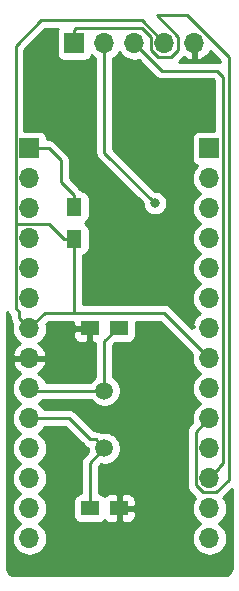
<source format=gbr>
G04 #@! TF.GenerationSoftware,KiCad,Pcbnew,(5.1.0)-1*
G04 #@! TF.CreationDate,2019-09-25T15:25:55+02:00*
G04 #@! TF.ProjectId,atmega328P-flasher,61746d65-6761-4333-9238-502d666c6173,rev?*
G04 #@! TF.SameCoordinates,Original*
G04 #@! TF.FileFunction,Copper,L1,Top*
G04 #@! TF.FilePolarity,Positive*
%FSLAX46Y46*%
G04 Gerber Fmt 4.6, Leading zero omitted, Abs format (unit mm)*
G04 Created by KiCad (PCBNEW (5.1.0)-1) date 2019-09-25 15:25:55*
%MOMM*%
%LPD*%
G04 APERTURE LIST*
%ADD10R,1.500000X1.250000*%
%ADD11O,1.700000X1.700000*%
%ADD12R,1.700000X1.700000*%
%ADD13R,1.300000X1.500000*%
%ADD14C,1.500000*%
%ADD15C,0.800000*%
%ADD16C,0.250000*%
%ADD17C,0.254000*%
G04 APERTURE END LIST*
D10*
X124440000Y-109220000D03*
X121940000Y-109220000D03*
X124440000Y-93980000D03*
X121940000Y-93980000D03*
D11*
X116840000Y-111760000D03*
X116840000Y-109220000D03*
X116840000Y-106680000D03*
X116840000Y-104140000D03*
X116840000Y-101600000D03*
X116840000Y-99060000D03*
X116840000Y-96520000D03*
X116840000Y-93980000D03*
X116840000Y-91440000D03*
X116840000Y-88900000D03*
X116840000Y-86360000D03*
X116840000Y-83820000D03*
X116840000Y-81280000D03*
D12*
X116840000Y-78740000D03*
D11*
X130810000Y-69850000D03*
X128270000Y-69850000D03*
X125730000Y-69850000D03*
X123190000Y-69850000D03*
D12*
X120650000Y-69850000D03*
D13*
X120650000Y-83740000D03*
X120650000Y-86440000D03*
D14*
X123190000Y-99260000D03*
X123190000Y-104140000D03*
D11*
X132080000Y-111760000D03*
X132080000Y-109220000D03*
X132080000Y-106680000D03*
X132080000Y-104140000D03*
X132080000Y-101600000D03*
X132080000Y-99060000D03*
X132080000Y-96520000D03*
X132080000Y-93980000D03*
X132080000Y-91440000D03*
X132080000Y-88900000D03*
X132080000Y-86360000D03*
X132080000Y-83820000D03*
X132080000Y-81280000D03*
D12*
X132080000Y-78740000D03*
D15*
X126314200Y-78206600D03*
X127457200Y-83388200D03*
D16*
X120275000Y-96520000D02*
X116840000Y-96520000D01*
X121940000Y-93980000D02*
X121940000Y-94855000D01*
X121940000Y-94855000D02*
X120275000Y-96520000D01*
X122440001Y-103390001D02*
X121995501Y-103390001D01*
X123190000Y-104140000D02*
X122440001Y-103390001D01*
X120205500Y-101600000D02*
X116840000Y-101600000D01*
X121995501Y-103390001D02*
X120205500Y-101600000D01*
X121940000Y-105390000D02*
X123190000Y-104140000D01*
X121940000Y-109220000D02*
X121940000Y-105390000D01*
X117040000Y-99260000D02*
X116840000Y-99060000D01*
X123190000Y-99260000D02*
X117040000Y-99260000D01*
X124315000Y-93980000D02*
X124440000Y-93980000D01*
X123190000Y-95105000D02*
X124315000Y-93980000D01*
X123190000Y-99260000D02*
X123190000Y-95105000D01*
X115990001Y-93130001D02*
X115990001Y-92609301D01*
X116840000Y-93980000D02*
X115990001Y-93130001D01*
X115990001Y-92609301D02*
X115664999Y-92284299D01*
X115664999Y-70097901D02*
X117843300Y-67919600D01*
X126339600Y-67919600D02*
X128270000Y-69850000D01*
X117843300Y-67919600D02*
X126339600Y-67919600D01*
X119750000Y-86440000D02*
X120650000Y-86440000D01*
X118494999Y-85184999D02*
X119750000Y-86440000D01*
X115817399Y-85184999D02*
X118494999Y-85184999D01*
X115664999Y-85032599D02*
X115817399Y-85184999D01*
X115664999Y-85032599D02*
X115664999Y-70097901D01*
X115664999Y-92284299D02*
X115664999Y-85032599D01*
X132080000Y-96520000D02*
X128231900Y-92671900D01*
X118148100Y-92671900D02*
X116840000Y-93980000D01*
X120650000Y-92544900D02*
X120650000Y-86440000D01*
X120523000Y-92671900D02*
X120650000Y-92544900D01*
X120523000Y-92671900D02*
X118148100Y-92671900D01*
X128231900Y-92671900D02*
X120523000Y-92671900D01*
X120650000Y-82740000D02*
X119494300Y-81584300D01*
X120650000Y-83740000D02*
X120650000Y-82740000D01*
X119494300Y-81584300D02*
X119494300Y-79768700D01*
X118465600Y-78740000D02*
X116840000Y-78740000D01*
X119494300Y-79768700D02*
X118465600Y-78740000D01*
X132929999Y-105830001D02*
X132929999Y-105690301D01*
X132080000Y-106680000D02*
X132929999Y-105830001D01*
X133255001Y-105365299D02*
X133255001Y-72688701D01*
X132929999Y-105690301D02*
X133255001Y-105365299D01*
X133255001Y-72688701D02*
X132727700Y-72161400D01*
X128041400Y-72161400D02*
X125730000Y-69850000D01*
X132727700Y-72161400D02*
X128041400Y-72161400D01*
X123190000Y-69850000D02*
X123190000Y-79108300D01*
X123190000Y-79108300D02*
X127457200Y-83375500D01*
X127457200Y-83375500D02*
X127457200Y-83388200D01*
X127094999Y-69311409D02*
X126376290Y-68592700D01*
X127094999Y-70414001D02*
X127094999Y-69311409D01*
X127705999Y-71025001D02*
X127094999Y-70414001D01*
X129445001Y-70414001D02*
X128834001Y-71025001D01*
X129445001Y-69285999D02*
X129445001Y-70414001D01*
X133705019Y-71006017D02*
X130168592Y-67469590D01*
X130904999Y-102775001D02*
X130904999Y-107244001D01*
X128834001Y-71025001D02*
X127705999Y-71025001D01*
X132080000Y-101600000D02*
X130904999Y-102775001D01*
X130168592Y-67469590D02*
X127628592Y-67469590D01*
X130904999Y-107244001D02*
X131515999Y-107855001D01*
X127628592Y-67469590D02*
X129445001Y-69285999D01*
X131515999Y-107855001D02*
X132644001Y-107855001D01*
X132644001Y-107855001D02*
X133705019Y-106793982D01*
X133705019Y-106793982D02*
X133705019Y-71006017D01*
X120650000Y-68750000D02*
X120650000Y-69850000D01*
X120807300Y-68592700D02*
X120650000Y-68750000D01*
X126376290Y-68592700D02*
X120807300Y-68592700D01*
D17*
G36*
X115030025Y-92708575D02*
G01*
X115046942Y-92729188D01*
X115124998Y-92824300D01*
X115154002Y-92848103D01*
X115230001Y-92924102D01*
X115230001Y-93092679D01*
X115226325Y-93130001D01*
X115230001Y-93167323D01*
X115230001Y-93167333D01*
X115240998Y-93278986D01*
X115270865Y-93377446D01*
X115284455Y-93422247D01*
X115355027Y-93554277D01*
X115394872Y-93602827D01*
X115400510Y-93609697D01*
X115376487Y-93688889D01*
X115347815Y-93980000D01*
X115376487Y-94271111D01*
X115461401Y-94551034D01*
X115599294Y-94809014D01*
X115784866Y-95035134D01*
X116010986Y-95220706D01*
X116075523Y-95255201D01*
X115958645Y-95324822D01*
X115742412Y-95519731D01*
X115568359Y-95753080D01*
X115443175Y-96015901D01*
X115398524Y-96163110D01*
X115519845Y-96393000D01*
X116713000Y-96393000D01*
X116713000Y-96373000D01*
X116967000Y-96373000D01*
X116967000Y-96393000D01*
X118160155Y-96393000D01*
X118281476Y-96163110D01*
X118236825Y-96015901D01*
X118111641Y-95753080D01*
X117937588Y-95519731D01*
X117721355Y-95324822D01*
X117604477Y-95255201D01*
X117669014Y-95220706D01*
X117895134Y-95035134D01*
X118080706Y-94809014D01*
X118189753Y-94605000D01*
X120551928Y-94605000D01*
X120564188Y-94729482D01*
X120600498Y-94849180D01*
X120659463Y-94959494D01*
X120738815Y-95056185D01*
X120835506Y-95135537D01*
X120945820Y-95194502D01*
X121065518Y-95230812D01*
X121190000Y-95243072D01*
X121654250Y-95240000D01*
X121813000Y-95081250D01*
X121813000Y-94107000D01*
X120713750Y-94107000D01*
X120555000Y-94265750D01*
X120551928Y-94605000D01*
X118189753Y-94605000D01*
X118218599Y-94551034D01*
X118303513Y-94271111D01*
X118332185Y-93980000D01*
X118303513Y-93688889D01*
X118280797Y-93614005D01*
X118462902Y-93431900D01*
X120485678Y-93431900D01*
X120523000Y-93435576D01*
X120552631Y-93432658D01*
X120555000Y-93694250D01*
X120713750Y-93853000D01*
X121813000Y-93853000D01*
X121813000Y-93833000D01*
X122067000Y-93833000D01*
X122067000Y-93853000D01*
X122087000Y-93853000D01*
X122087000Y-94107000D01*
X122067000Y-94107000D01*
X122067000Y-95081250D01*
X122225750Y-95240000D01*
X122430001Y-95241352D01*
X122430000Y-98102091D01*
X122307114Y-98184201D01*
X122114201Y-98377114D01*
X122032091Y-98500000D01*
X118221946Y-98500000D01*
X118218599Y-98488966D01*
X118080706Y-98230986D01*
X117895134Y-98004866D01*
X117669014Y-97819294D01*
X117604477Y-97784799D01*
X117721355Y-97715178D01*
X117937588Y-97520269D01*
X118111641Y-97286920D01*
X118236825Y-97024099D01*
X118281476Y-96876890D01*
X118160155Y-96647000D01*
X116967000Y-96647000D01*
X116967000Y-96667000D01*
X116713000Y-96667000D01*
X116713000Y-96647000D01*
X115519845Y-96647000D01*
X115398524Y-96876890D01*
X115443175Y-97024099D01*
X115568359Y-97286920D01*
X115742412Y-97520269D01*
X115958645Y-97715178D01*
X116075523Y-97784799D01*
X116010986Y-97819294D01*
X115784866Y-98004866D01*
X115599294Y-98230986D01*
X115461401Y-98488966D01*
X115376487Y-98768889D01*
X115347815Y-99060000D01*
X115376487Y-99351111D01*
X115461401Y-99631034D01*
X115599294Y-99889014D01*
X115784866Y-100115134D01*
X116010986Y-100300706D01*
X116065791Y-100330000D01*
X116010986Y-100359294D01*
X115784866Y-100544866D01*
X115599294Y-100770986D01*
X115461401Y-101028966D01*
X115376487Y-101308889D01*
X115347815Y-101600000D01*
X115376487Y-101891111D01*
X115461401Y-102171034D01*
X115599294Y-102429014D01*
X115784866Y-102655134D01*
X116010986Y-102840706D01*
X116065791Y-102870000D01*
X116010986Y-102899294D01*
X115784866Y-103084866D01*
X115599294Y-103310986D01*
X115461401Y-103568966D01*
X115376487Y-103848889D01*
X115347815Y-104140000D01*
X115376487Y-104431111D01*
X115461401Y-104711034D01*
X115599294Y-104969014D01*
X115784866Y-105195134D01*
X116010986Y-105380706D01*
X116065791Y-105410000D01*
X116010986Y-105439294D01*
X115784866Y-105624866D01*
X115599294Y-105850986D01*
X115461401Y-106108966D01*
X115376487Y-106388889D01*
X115347815Y-106680000D01*
X115376487Y-106971111D01*
X115461401Y-107251034D01*
X115599294Y-107509014D01*
X115784866Y-107735134D01*
X116010986Y-107920706D01*
X116065791Y-107950000D01*
X116010986Y-107979294D01*
X115784866Y-108164866D01*
X115599294Y-108390986D01*
X115461401Y-108648966D01*
X115376487Y-108928889D01*
X115347815Y-109220000D01*
X115376487Y-109511111D01*
X115461401Y-109791034D01*
X115599294Y-110049014D01*
X115784866Y-110275134D01*
X116010986Y-110460706D01*
X116065791Y-110490000D01*
X116010986Y-110519294D01*
X115784866Y-110704866D01*
X115599294Y-110930986D01*
X115461401Y-111188966D01*
X115376487Y-111468889D01*
X115347815Y-111760000D01*
X115376487Y-112051111D01*
X115461401Y-112331034D01*
X115599294Y-112589014D01*
X115784866Y-112815134D01*
X116010986Y-113000706D01*
X116268966Y-113138599D01*
X116548889Y-113223513D01*
X116767050Y-113245000D01*
X116912950Y-113245000D01*
X117131111Y-113223513D01*
X117411034Y-113138599D01*
X117669014Y-113000706D01*
X117895134Y-112815134D01*
X118080706Y-112589014D01*
X118218599Y-112331034D01*
X118303513Y-112051111D01*
X118332185Y-111760000D01*
X118303513Y-111468889D01*
X118218599Y-111188966D01*
X118080706Y-110930986D01*
X117895134Y-110704866D01*
X117669014Y-110519294D01*
X117614209Y-110490000D01*
X117669014Y-110460706D01*
X117895134Y-110275134D01*
X118080706Y-110049014D01*
X118218599Y-109791034D01*
X118303513Y-109511111D01*
X118332185Y-109220000D01*
X118303513Y-108928889D01*
X118218599Y-108648966D01*
X118080706Y-108390986D01*
X117895134Y-108164866D01*
X117669014Y-107979294D01*
X117614209Y-107950000D01*
X117669014Y-107920706D01*
X117895134Y-107735134D01*
X118080706Y-107509014D01*
X118218599Y-107251034D01*
X118303513Y-106971111D01*
X118332185Y-106680000D01*
X118303513Y-106388889D01*
X118218599Y-106108966D01*
X118080706Y-105850986D01*
X117895134Y-105624866D01*
X117669014Y-105439294D01*
X117614209Y-105410000D01*
X117669014Y-105380706D01*
X117895134Y-105195134D01*
X118080706Y-104969014D01*
X118218599Y-104711034D01*
X118303513Y-104431111D01*
X118332185Y-104140000D01*
X118303513Y-103848889D01*
X118218599Y-103568966D01*
X118080706Y-103310986D01*
X117895134Y-103084866D01*
X117669014Y-102899294D01*
X117614209Y-102870000D01*
X117669014Y-102840706D01*
X117895134Y-102655134D01*
X118080706Y-102429014D01*
X118117595Y-102360000D01*
X119890699Y-102360000D01*
X121431701Y-103901003D01*
X121455500Y-103930002D01*
X121571225Y-104024975D01*
X121703254Y-104095547D01*
X121805000Y-104126411D01*
X121805000Y-104276411D01*
X121833833Y-104421365D01*
X121428998Y-104826201D01*
X121400000Y-104849999D01*
X121376202Y-104878997D01*
X121376201Y-104878998D01*
X121305026Y-104965724D01*
X121234454Y-105097754D01*
X121190998Y-105241015D01*
X121176324Y-105390000D01*
X121180001Y-105427332D01*
X121180000Y-107957913D01*
X121065518Y-107969188D01*
X120945820Y-108005498D01*
X120835506Y-108064463D01*
X120738815Y-108143815D01*
X120659463Y-108240506D01*
X120600498Y-108350820D01*
X120564188Y-108470518D01*
X120551928Y-108595000D01*
X120551928Y-109845000D01*
X120564188Y-109969482D01*
X120600498Y-110089180D01*
X120659463Y-110199494D01*
X120738815Y-110296185D01*
X120835506Y-110375537D01*
X120945820Y-110434502D01*
X121065518Y-110470812D01*
X121190000Y-110483072D01*
X122690000Y-110483072D01*
X122814482Y-110470812D01*
X122934180Y-110434502D01*
X123044494Y-110375537D01*
X123141185Y-110296185D01*
X123190000Y-110236704D01*
X123238815Y-110296185D01*
X123335506Y-110375537D01*
X123445820Y-110434502D01*
X123565518Y-110470812D01*
X123690000Y-110483072D01*
X124154250Y-110480000D01*
X124313000Y-110321250D01*
X124313000Y-109347000D01*
X124567000Y-109347000D01*
X124567000Y-110321250D01*
X124725750Y-110480000D01*
X125190000Y-110483072D01*
X125314482Y-110470812D01*
X125434180Y-110434502D01*
X125544494Y-110375537D01*
X125641185Y-110296185D01*
X125720537Y-110199494D01*
X125779502Y-110089180D01*
X125815812Y-109969482D01*
X125828072Y-109845000D01*
X125825000Y-109505750D01*
X125666250Y-109347000D01*
X124567000Y-109347000D01*
X124313000Y-109347000D01*
X124293000Y-109347000D01*
X124293000Y-109093000D01*
X124313000Y-109093000D01*
X124313000Y-108118750D01*
X124567000Y-108118750D01*
X124567000Y-109093000D01*
X125666250Y-109093000D01*
X125825000Y-108934250D01*
X125828072Y-108595000D01*
X125815812Y-108470518D01*
X125779502Y-108350820D01*
X125720537Y-108240506D01*
X125641185Y-108143815D01*
X125544494Y-108064463D01*
X125434180Y-108005498D01*
X125314482Y-107969188D01*
X125190000Y-107956928D01*
X124725750Y-107960000D01*
X124567000Y-108118750D01*
X124313000Y-108118750D01*
X124154250Y-107960000D01*
X123690000Y-107956928D01*
X123565518Y-107969188D01*
X123445820Y-108005498D01*
X123335506Y-108064463D01*
X123238815Y-108143815D01*
X123190000Y-108203296D01*
X123141185Y-108143815D01*
X123044494Y-108064463D01*
X122934180Y-108005498D01*
X122814482Y-107969188D01*
X122700000Y-107957913D01*
X122700000Y-105704801D01*
X122908635Y-105496167D01*
X123053589Y-105525000D01*
X123326411Y-105525000D01*
X123593989Y-105471775D01*
X123846043Y-105367371D01*
X124072886Y-105215799D01*
X124265799Y-105022886D01*
X124417371Y-104796043D01*
X124521775Y-104543989D01*
X124575000Y-104276411D01*
X124575000Y-104003589D01*
X124521775Y-103736011D01*
X124417371Y-103483957D01*
X124265799Y-103257114D01*
X124072886Y-103064201D01*
X123846043Y-102912629D01*
X123593989Y-102808225D01*
X123326411Y-102755000D01*
X123053589Y-102755000D01*
X122901184Y-102785316D01*
X122864277Y-102755027D01*
X122732248Y-102684455D01*
X122588987Y-102640998D01*
X122477334Y-102630001D01*
X122477323Y-102630001D01*
X122440001Y-102626325D01*
X122402679Y-102630001D01*
X122310303Y-102630001D01*
X120769304Y-101089003D01*
X120745501Y-101059999D01*
X120629776Y-100965026D01*
X120497747Y-100894454D01*
X120354486Y-100850997D01*
X120242833Y-100840000D01*
X120242822Y-100840000D01*
X120205500Y-100836324D01*
X120168178Y-100840000D01*
X118117595Y-100840000D01*
X118080706Y-100770986D01*
X117895134Y-100544866D01*
X117669014Y-100359294D01*
X117614209Y-100330000D01*
X117669014Y-100300706D01*
X117895134Y-100115134D01*
X117973209Y-100020000D01*
X122032091Y-100020000D01*
X122114201Y-100142886D01*
X122307114Y-100335799D01*
X122533957Y-100487371D01*
X122786011Y-100591775D01*
X123053589Y-100645000D01*
X123326411Y-100645000D01*
X123593989Y-100591775D01*
X123846043Y-100487371D01*
X124072886Y-100335799D01*
X124265799Y-100142886D01*
X124417371Y-99916043D01*
X124521775Y-99663989D01*
X124575000Y-99396411D01*
X124575000Y-99123589D01*
X124521775Y-98856011D01*
X124417371Y-98603957D01*
X124265799Y-98377114D01*
X124072886Y-98184201D01*
X123950000Y-98102091D01*
X123950000Y-95419801D01*
X124126729Y-95243072D01*
X125190000Y-95243072D01*
X125314482Y-95230812D01*
X125434180Y-95194502D01*
X125544494Y-95135537D01*
X125641185Y-95056185D01*
X125720537Y-94959494D01*
X125779502Y-94849180D01*
X125815812Y-94729482D01*
X125828072Y-94605000D01*
X125828072Y-93431900D01*
X127917099Y-93431900D01*
X130639203Y-96154005D01*
X130616487Y-96228889D01*
X130587815Y-96520000D01*
X130616487Y-96811111D01*
X130701401Y-97091034D01*
X130839294Y-97349014D01*
X131024866Y-97575134D01*
X131250986Y-97760706D01*
X131305791Y-97790000D01*
X131250986Y-97819294D01*
X131024866Y-98004866D01*
X130839294Y-98230986D01*
X130701401Y-98488966D01*
X130616487Y-98768889D01*
X130587815Y-99060000D01*
X130616487Y-99351111D01*
X130701401Y-99631034D01*
X130839294Y-99889014D01*
X131024866Y-100115134D01*
X131250986Y-100300706D01*
X131305791Y-100330000D01*
X131250986Y-100359294D01*
X131024866Y-100544866D01*
X130839294Y-100770986D01*
X130701401Y-101028966D01*
X130616487Y-101308889D01*
X130587815Y-101600000D01*
X130616487Y-101891111D01*
X130639203Y-101965996D01*
X130394002Y-102211197D01*
X130364998Y-102235000D01*
X130309870Y-102302175D01*
X130270025Y-102350725D01*
X130199454Y-102482754D01*
X130199453Y-102482755D01*
X130155996Y-102626016D01*
X130144999Y-102737669D01*
X130144999Y-102737679D01*
X130141323Y-102775001D01*
X130144999Y-102812324D01*
X130145000Y-107206669D01*
X130141323Y-107244001D01*
X130145000Y-107281334D01*
X130155997Y-107392987D01*
X130167445Y-107430726D01*
X130199453Y-107536247D01*
X130270025Y-107668277D01*
X130324784Y-107735000D01*
X130364999Y-107784002D01*
X130393996Y-107807799D01*
X130901447Y-108315252D01*
X130839294Y-108390986D01*
X130701401Y-108648966D01*
X130616487Y-108928889D01*
X130587815Y-109220000D01*
X130616487Y-109511111D01*
X130701401Y-109791034D01*
X130839294Y-110049014D01*
X131024866Y-110275134D01*
X131250986Y-110460706D01*
X131305791Y-110490000D01*
X131250986Y-110519294D01*
X131024866Y-110704866D01*
X130839294Y-110930986D01*
X130701401Y-111188966D01*
X130616487Y-111468889D01*
X130587815Y-111760000D01*
X130616487Y-112051111D01*
X130701401Y-112331034D01*
X130839294Y-112589014D01*
X131024866Y-112815134D01*
X131250986Y-113000706D01*
X131508966Y-113138599D01*
X131788889Y-113223513D01*
X132007050Y-113245000D01*
X132152950Y-113245000D01*
X132371111Y-113223513D01*
X132651034Y-113138599D01*
X132909014Y-113000706D01*
X133135134Y-112815134D01*
X133320706Y-112589014D01*
X133458599Y-112331034D01*
X133543513Y-112051111D01*
X133572185Y-111760000D01*
X133543513Y-111468889D01*
X133458599Y-111188966D01*
X133320706Y-110930986D01*
X133135134Y-110704866D01*
X132909014Y-110519294D01*
X132854209Y-110490000D01*
X132909014Y-110460706D01*
X133135134Y-110275134D01*
X133320706Y-110049014D01*
X133458599Y-109791034D01*
X133543513Y-109511111D01*
X133572185Y-109220000D01*
X133543513Y-108928889D01*
X133458599Y-108648966D01*
X133320706Y-108390986D01*
X133258552Y-108315252D01*
X133960001Y-107613802D01*
X133960001Y-114267711D01*
X133945278Y-114417869D01*
X133911047Y-114531246D01*
X133855446Y-114635817D01*
X133780594Y-114727595D01*
X133689335Y-114803091D01*
X133585160Y-114859419D01*
X133472024Y-114894440D01*
X133323979Y-114910000D01*
X115602279Y-114910000D01*
X115452131Y-114895278D01*
X115338754Y-114861047D01*
X115234183Y-114805446D01*
X115142405Y-114730594D01*
X115066909Y-114639335D01*
X115010581Y-114535160D01*
X114975560Y-114422024D01*
X114960000Y-114273979D01*
X114960000Y-92577568D01*
X115030025Y-92708575D01*
X115030025Y-92708575D01*
G37*
X115030025Y-92708575D02*
X115046942Y-92729188D01*
X115124998Y-92824300D01*
X115154002Y-92848103D01*
X115230001Y-92924102D01*
X115230001Y-93092679D01*
X115226325Y-93130001D01*
X115230001Y-93167323D01*
X115230001Y-93167333D01*
X115240998Y-93278986D01*
X115270865Y-93377446D01*
X115284455Y-93422247D01*
X115355027Y-93554277D01*
X115394872Y-93602827D01*
X115400510Y-93609697D01*
X115376487Y-93688889D01*
X115347815Y-93980000D01*
X115376487Y-94271111D01*
X115461401Y-94551034D01*
X115599294Y-94809014D01*
X115784866Y-95035134D01*
X116010986Y-95220706D01*
X116075523Y-95255201D01*
X115958645Y-95324822D01*
X115742412Y-95519731D01*
X115568359Y-95753080D01*
X115443175Y-96015901D01*
X115398524Y-96163110D01*
X115519845Y-96393000D01*
X116713000Y-96393000D01*
X116713000Y-96373000D01*
X116967000Y-96373000D01*
X116967000Y-96393000D01*
X118160155Y-96393000D01*
X118281476Y-96163110D01*
X118236825Y-96015901D01*
X118111641Y-95753080D01*
X117937588Y-95519731D01*
X117721355Y-95324822D01*
X117604477Y-95255201D01*
X117669014Y-95220706D01*
X117895134Y-95035134D01*
X118080706Y-94809014D01*
X118189753Y-94605000D01*
X120551928Y-94605000D01*
X120564188Y-94729482D01*
X120600498Y-94849180D01*
X120659463Y-94959494D01*
X120738815Y-95056185D01*
X120835506Y-95135537D01*
X120945820Y-95194502D01*
X121065518Y-95230812D01*
X121190000Y-95243072D01*
X121654250Y-95240000D01*
X121813000Y-95081250D01*
X121813000Y-94107000D01*
X120713750Y-94107000D01*
X120555000Y-94265750D01*
X120551928Y-94605000D01*
X118189753Y-94605000D01*
X118218599Y-94551034D01*
X118303513Y-94271111D01*
X118332185Y-93980000D01*
X118303513Y-93688889D01*
X118280797Y-93614005D01*
X118462902Y-93431900D01*
X120485678Y-93431900D01*
X120523000Y-93435576D01*
X120552631Y-93432658D01*
X120555000Y-93694250D01*
X120713750Y-93853000D01*
X121813000Y-93853000D01*
X121813000Y-93833000D01*
X122067000Y-93833000D01*
X122067000Y-93853000D01*
X122087000Y-93853000D01*
X122087000Y-94107000D01*
X122067000Y-94107000D01*
X122067000Y-95081250D01*
X122225750Y-95240000D01*
X122430001Y-95241352D01*
X122430000Y-98102091D01*
X122307114Y-98184201D01*
X122114201Y-98377114D01*
X122032091Y-98500000D01*
X118221946Y-98500000D01*
X118218599Y-98488966D01*
X118080706Y-98230986D01*
X117895134Y-98004866D01*
X117669014Y-97819294D01*
X117604477Y-97784799D01*
X117721355Y-97715178D01*
X117937588Y-97520269D01*
X118111641Y-97286920D01*
X118236825Y-97024099D01*
X118281476Y-96876890D01*
X118160155Y-96647000D01*
X116967000Y-96647000D01*
X116967000Y-96667000D01*
X116713000Y-96667000D01*
X116713000Y-96647000D01*
X115519845Y-96647000D01*
X115398524Y-96876890D01*
X115443175Y-97024099D01*
X115568359Y-97286920D01*
X115742412Y-97520269D01*
X115958645Y-97715178D01*
X116075523Y-97784799D01*
X116010986Y-97819294D01*
X115784866Y-98004866D01*
X115599294Y-98230986D01*
X115461401Y-98488966D01*
X115376487Y-98768889D01*
X115347815Y-99060000D01*
X115376487Y-99351111D01*
X115461401Y-99631034D01*
X115599294Y-99889014D01*
X115784866Y-100115134D01*
X116010986Y-100300706D01*
X116065791Y-100330000D01*
X116010986Y-100359294D01*
X115784866Y-100544866D01*
X115599294Y-100770986D01*
X115461401Y-101028966D01*
X115376487Y-101308889D01*
X115347815Y-101600000D01*
X115376487Y-101891111D01*
X115461401Y-102171034D01*
X115599294Y-102429014D01*
X115784866Y-102655134D01*
X116010986Y-102840706D01*
X116065791Y-102870000D01*
X116010986Y-102899294D01*
X115784866Y-103084866D01*
X115599294Y-103310986D01*
X115461401Y-103568966D01*
X115376487Y-103848889D01*
X115347815Y-104140000D01*
X115376487Y-104431111D01*
X115461401Y-104711034D01*
X115599294Y-104969014D01*
X115784866Y-105195134D01*
X116010986Y-105380706D01*
X116065791Y-105410000D01*
X116010986Y-105439294D01*
X115784866Y-105624866D01*
X115599294Y-105850986D01*
X115461401Y-106108966D01*
X115376487Y-106388889D01*
X115347815Y-106680000D01*
X115376487Y-106971111D01*
X115461401Y-107251034D01*
X115599294Y-107509014D01*
X115784866Y-107735134D01*
X116010986Y-107920706D01*
X116065791Y-107950000D01*
X116010986Y-107979294D01*
X115784866Y-108164866D01*
X115599294Y-108390986D01*
X115461401Y-108648966D01*
X115376487Y-108928889D01*
X115347815Y-109220000D01*
X115376487Y-109511111D01*
X115461401Y-109791034D01*
X115599294Y-110049014D01*
X115784866Y-110275134D01*
X116010986Y-110460706D01*
X116065791Y-110490000D01*
X116010986Y-110519294D01*
X115784866Y-110704866D01*
X115599294Y-110930986D01*
X115461401Y-111188966D01*
X115376487Y-111468889D01*
X115347815Y-111760000D01*
X115376487Y-112051111D01*
X115461401Y-112331034D01*
X115599294Y-112589014D01*
X115784866Y-112815134D01*
X116010986Y-113000706D01*
X116268966Y-113138599D01*
X116548889Y-113223513D01*
X116767050Y-113245000D01*
X116912950Y-113245000D01*
X117131111Y-113223513D01*
X117411034Y-113138599D01*
X117669014Y-113000706D01*
X117895134Y-112815134D01*
X118080706Y-112589014D01*
X118218599Y-112331034D01*
X118303513Y-112051111D01*
X118332185Y-111760000D01*
X118303513Y-111468889D01*
X118218599Y-111188966D01*
X118080706Y-110930986D01*
X117895134Y-110704866D01*
X117669014Y-110519294D01*
X117614209Y-110490000D01*
X117669014Y-110460706D01*
X117895134Y-110275134D01*
X118080706Y-110049014D01*
X118218599Y-109791034D01*
X118303513Y-109511111D01*
X118332185Y-109220000D01*
X118303513Y-108928889D01*
X118218599Y-108648966D01*
X118080706Y-108390986D01*
X117895134Y-108164866D01*
X117669014Y-107979294D01*
X117614209Y-107950000D01*
X117669014Y-107920706D01*
X117895134Y-107735134D01*
X118080706Y-107509014D01*
X118218599Y-107251034D01*
X118303513Y-106971111D01*
X118332185Y-106680000D01*
X118303513Y-106388889D01*
X118218599Y-106108966D01*
X118080706Y-105850986D01*
X117895134Y-105624866D01*
X117669014Y-105439294D01*
X117614209Y-105410000D01*
X117669014Y-105380706D01*
X117895134Y-105195134D01*
X118080706Y-104969014D01*
X118218599Y-104711034D01*
X118303513Y-104431111D01*
X118332185Y-104140000D01*
X118303513Y-103848889D01*
X118218599Y-103568966D01*
X118080706Y-103310986D01*
X117895134Y-103084866D01*
X117669014Y-102899294D01*
X117614209Y-102870000D01*
X117669014Y-102840706D01*
X117895134Y-102655134D01*
X118080706Y-102429014D01*
X118117595Y-102360000D01*
X119890699Y-102360000D01*
X121431701Y-103901003D01*
X121455500Y-103930002D01*
X121571225Y-104024975D01*
X121703254Y-104095547D01*
X121805000Y-104126411D01*
X121805000Y-104276411D01*
X121833833Y-104421365D01*
X121428998Y-104826201D01*
X121400000Y-104849999D01*
X121376202Y-104878997D01*
X121376201Y-104878998D01*
X121305026Y-104965724D01*
X121234454Y-105097754D01*
X121190998Y-105241015D01*
X121176324Y-105390000D01*
X121180001Y-105427332D01*
X121180000Y-107957913D01*
X121065518Y-107969188D01*
X120945820Y-108005498D01*
X120835506Y-108064463D01*
X120738815Y-108143815D01*
X120659463Y-108240506D01*
X120600498Y-108350820D01*
X120564188Y-108470518D01*
X120551928Y-108595000D01*
X120551928Y-109845000D01*
X120564188Y-109969482D01*
X120600498Y-110089180D01*
X120659463Y-110199494D01*
X120738815Y-110296185D01*
X120835506Y-110375537D01*
X120945820Y-110434502D01*
X121065518Y-110470812D01*
X121190000Y-110483072D01*
X122690000Y-110483072D01*
X122814482Y-110470812D01*
X122934180Y-110434502D01*
X123044494Y-110375537D01*
X123141185Y-110296185D01*
X123190000Y-110236704D01*
X123238815Y-110296185D01*
X123335506Y-110375537D01*
X123445820Y-110434502D01*
X123565518Y-110470812D01*
X123690000Y-110483072D01*
X124154250Y-110480000D01*
X124313000Y-110321250D01*
X124313000Y-109347000D01*
X124567000Y-109347000D01*
X124567000Y-110321250D01*
X124725750Y-110480000D01*
X125190000Y-110483072D01*
X125314482Y-110470812D01*
X125434180Y-110434502D01*
X125544494Y-110375537D01*
X125641185Y-110296185D01*
X125720537Y-110199494D01*
X125779502Y-110089180D01*
X125815812Y-109969482D01*
X125828072Y-109845000D01*
X125825000Y-109505750D01*
X125666250Y-109347000D01*
X124567000Y-109347000D01*
X124313000Y-109347000D01*
X124293000Y-109347000D01*
X124293000Y-109093000D01*
X124313000Y-109093000D01*
X124313000Y-108118750D01*
X124567000Y-108118750D01*
X124567000Y-109093000D01*
X125666250Y-109093000D01*
X125825000Y-108934250D01*
X125828072Y-108595000D01*
X125815812Y-108470518D01*
X125779502Y-108350820D01*
X125720537Y-108240506D01*
X125641185Y-108143815D01*
X125544494Y-108064463D01*
X125434180Y-108005498D01*
X125314482Y-107969188D01*
X125190000Y-107956928D01*
X124725750Y-107960000D01*
X124567000Y-108118750D01*
X124313000Y-108118750D01*
X124154250Y-107960000D01*
X123690000Y-107956928D01*
X123565518Y-107969188D01*
X123445820Y-108005498D01*
X123335506Y-108064463D01*
X123238815Y-108143815D01*
X123190000Y-108203296D01*
X123141185Y-108143815D01*
X123044494Y-108064463D01*
X122934180Y-108005498D01*
X122814482Y-107969188D01*
X122700000Y-107957913D01*
X122700000Y-105704801D01*
X122908635Y-105496167D01*
X123053589Y-105525000D01*
X123326411Y-105525000D01*
X123593989Y-105471775D01*
X123846043Y-105367371D01*
X124072886Y-105215799D01*
X124265799Y-105022886D01*
X124417371Y-104796043D01*
X124521775Y-104543989D01*
X124575000Y-104276411D01*
X124575000Y-104003589D01*
X124521775Y-103736011D01*
X124417371Y-103483957D01*
X124265799Y-103257114D01*
X124072886Y-103064201D01*
X123846043Y-102912629D01*
X123593989Y-102808225D01*
X123326411Y-102755000D01*
X123053589Y-102755000D01*
X122901184Y-102785316D01*
X122864277Y-102755027D01*
X122732248Y-102684455D01*
X122588987Y-102640998D01*
X122477334Y-102630001D01*
X122477323Y-102630001D01*
X122440001Y-102626325D01*
X122402679Y-102630001D01*
X122310303Y-102630001D01*
X120769304Y-101089003D01*
X120745501Y-101059999D01*
X120629776Y-100965026D01*
X120497747Y-100894454D01*
X120354486Y-100850997D01*
X120242833Y-100840000D01*
X120242822Y-100840000D01*
X120205500Y-100836324D01*
X120168178Y-100840000D01*
X118117595Y-100840000D01*
X118080706Y-100770986D01*
X117895134Y-100544866D01*
X117669014Y-100359294D01*
X117614209Y-100330000D01*
X117669014Y-100300706D01*
X117895134Y-100115134D01*
X117973209Y-100020000D01*
X122032091Y-100020000D01*
X122114201Y-100142886D01*
X122307114Y-100335799D01*
X122533957Y-100487371D01*
X122786011Y-100591775D01*
X123053589Y-100645000D01*
X123326411Y-100645000D01*
X123593989Y-100591775D01*
X123846043Y-100487371D01*
X124072886Y-100335799D01*
X124265799Y-100142886D01*
X124417371Y-99916043D01*
X124521775Y-99663989D01*
X124575000Y-99396411D01*
X124575000Y-99123589D01*
X124521775Y-98856011D01*
X124417371Y-98603957D01*
X124265799Y-98377114D01*
X124072886Y-98184201D01*
X123950000Y-98102091D01*
X123950000Y-95419801D01*
X124126729Y-95243072D01*
X125190000Y-95243072D01*
X125314482Y-95230812D01*
X125434180Y-95194502D01*
X125544494Y-95135537D01*
X125641185Y-95056185D01*
X125720537Y-94959494D01*
X125779502Y-94849180D01*
X125815812Y-94729482D01*
X125828072Y-94605000D01*
X125828072Y-93431900D01*
X127917099Y-93431900D01*
X130639203Y-96154005D01*
X130616487Y-96228889D01*
X130587815Y-96520000D01*
X130616487Y-96811111D01*
X130701401Y-97091034D01*
X130839294Y-97349014D01*
X131024866Y-97575134D01*
X131250986Y-97760706D01*
X131305791Y-97790000D01*
X131250986Y-97819294D01*
X131024866Y-98004866D01*
X130839294Y-98230986D01*
X130701401Y-98488966D01*
X130616487Y-98768889D01*
X130587815Y-99060000D01*
X130616487Y-99351111D01*
X130701401Y-99631034D01*
X130839294Y-99889014D01*
X131024866Y-100115134D01*
X131250986Y-100300706D01*
X131305791Y-100330000D01*
X131250986Y-100359294D01*
X131024866Y-100544866D01*
X130839294Y-100770986D01*
X130701401Y-101028966D01*
X130616487Y-101308889D01*
X130587815Y-101600000D01*
X130616487Y-101891111D01*
X130639203Y-101965996D01*
X130394002Y-102211197D01*
X130364998Y-102235000D01*
X130309870Y-102302175D01*
X130270025Y-102350725D01*
X130199454Y-102482754D01*
X130199453Y-102482755D01*
X130155996Y-102626016D01*
X130144999Y-102737669D01*
X130144999Y-102737679D01*
X130141323Y-102775001D01*
X130144999Y-102812324D01*
X130145000Y-107206669D01*
X130141323Y-107244001D01*
X130145000Y-107281334D01*
X130155997Y-107392987D01*
X130167445Y-107430726D01*
X130199453Y-107536247D01*
X130270025Y-107668277D01*
X130324784Y-107735000D01*
X130364999Y-107784002D01*
X130393996Y-107807799D01*
X130901447Y-108315252D01*
X130839294Y-108390986D01*
X130701401Y-108648966D01*
X130616487Y-108928889D01*
X130587815Y-109220000D01*
X130616487Y-109511111D01*
X130701401Y-109791034D01*
X130839294Y-110049014D01*
X131024866Y-110275134D01*
X131250986Y-110460706D01*
X131305791Y-110490000D01*
X131250986Y-110519294D01*
X131024866Y-110704866D01*
X130839294Y-110930986D01*
X130701401Y-111188966D01*
X130616487Y-111468889D01*
X130587815Y-111760000D01*
X130616487Y-112051111D01*
X130701401Y-112331034D01*
X130839294Y-112589014D01*
X131024866Y-112815134D01*
X131250986Y-113000706D01*
X131508966Y-113138599D01*
X131788889Y-113223513D01*
X132007050Y-113245000D01*
X132152950Y-113245000D01*
X132371111Y-113223513D01*
X132651034Y-113138599D01*
X132909014Y-113000706D01*
X133135134Y-112815134D01*
X133320706Y-112589014D01*
X133458599Y-112331034D01*
X133543513Y-112051111D01*
X133572185Y-111760000D01*
X133543513Y-111468889D01*
X133458599Y-111188966D01*
X133320706Y-110930986D01*
X133135134Y-110704866D01*
X132909014Y-110519294D01*
X132854209Y-110490000D01*
X132909014Y-110460706D01*
X133135134Y-110275134D01*
X133320706Y-110049014D01*
X133458599Y-109791034D01*
X133543513Y-109511111D01*
X133572185Y-109220000D01*
X133543513Y-108928889D01*
X133458599Y-108648966D01*
X133320706Y-108390986D01*
X133258552Y-108315252D01*
X133960001Y-107613802D01*
X133960001Y-114267711D01*
X133945278Y-114417869D01*
X133911047Y-114531246D01*
X133855446Y-114635817D01*
X133780594Y-114727595D01*
X133689335Y-114803091D01*
X133585160Y-114859419D01*
X133472024Y-114894440D01*
X133323979Y-114910000D01*
X115602279Y-114910000D01*
X115452131Y-114895278D01*
X115338754Y-114861047D01*
X115234183Y-114805446D01*
X115142405Y-114730594D01*
X115066909Y-114639335D01*
X115010581Y-114535160D01*
X114975560Y-114422024D01*
X114960000Y-114273979D01*
X114960000Y-92577568D01*
X115030025Y-92708575D01*
G36*
X132207000Y-93853000D02*
G01*
X132227000Y-93853000D01*
X132227000Y-94107000D01*
X132207000Y-94107000D01*
X132207000Y-94127000D01*
X131953000Y-94127000D01*
X131953000Y-94107000D01*
X131933000Y-94107000D01*
X131933000Y-93853000D01*
X131953000Y-93853000D01*
X131953000Y-93833000D01*
X132207000Y-93833000D01*
X132207000Y-93853000D01*
X132207000Y-93853000D01*
G37*
X132207000Y-93853000D02*
X132227000Y-93853000D01*
X132227000Y-94107000D01*
X132207000Y-94107000D01*
X132207000Y-94127000D01*
X131953000Y-94127000D01*
X131953000Y-94107000D01*
X131933000Y-94107000D01*
X131933000Y-93853000D01*
X131953000Y-93853000D01*
X131953000Y-93833000D01*
X132207000Y-93833000D01*
X132207000Y-93853000D01*
G36*
X119210498Y-68755820D02*
G01*
X119174188Y-68875518D01*
X119161928Y-69000000D01*
X119161928Y-70700000D01*
X119174188Y-70824482D01*
X119210498Y-70944180D01*
X119269463Y-71054494D01*
X119348815Y-71151185D01*
X119445506Y-71230537D01*
X119555820Y-71289502D01*
X119675518Y-71325812D01*
X119800000Y-71338072D01*
X121500000Y-71338072D01*
X121624482Y-71325812D01*
X121744180Y-71289502D01*
X121854494Y-71230537D01*
X121951185Y-71151185D01*
X122030537Y-71054494D01*
X122089502Y-70944180D01*
X122110393Y-70875313D01*
X122134866Y-70905134D01*
X122360986Y-71090706D01*
X122430000Y-71127595D01*
X122430001Y-79070968D01*
X122426324Y-79108300D01*
X122430001Y-79145633D01*
X122440998Y-79257286D01*
X122454180Y-79300742D01*
X122484454Y-79400546D01*
X122555026Y-79532576D01*
X122626201Y-79619302D01*
X122650000Y-79648301D01*
X122678998Y-79672099D01*
X126422200Y-83415302D01*
X126422200Y-83490139D01*
X126461974Y-83690098D01*
X126539995Y-83878456D01*
X126653263Y-84047974D01*
X126797426Y-84192137D01*
X126966944Y-84305405D01*
X127155302Y-84383426D01*
X127355261Y-84423200D01*
X127559139Y-84423200D01*
X127759098Y-84383426D01*
X127947456Y-84305405D01*
X128116974Y-84192137D01*
X128261137Y-84047974D01*
X128374405Y-83878456D01*
X128452426Y-83690098D01*
X128492200Y-83490139D01*
X128492200Y-83286261D01*
X128452426Y-83086302D01*
X128374405Y-82897944D01*
X128261137Y-82728426D01*
X128116974Y-82584263D01*
X127947456Y-82470995D01*
X127759098Y-82392974D01*
X127559139Y-82353200D01*
X127509702Y-82353200D01*
X123950000Y-78793499D01*
X123950000Y-71127595D01*
X124019014Y-71090706D01*
X124245134Y-70905134D01*
X124430706Y-70679014D01*
X124460000Y-70624209D01*
X124489294Y-70679014D01*
X124674866Y-70905134D01*
X124900986Y-71090706D01*
X125158966Y-71228599D01*
X125438889Y-71313513D01*
X125657050Y-71335000D01*
X125802950Y-71335000D01*
X126021111Y-71313513D01*
X126095996Y-71290797D01*
X127477600Y-72672402D01*
X127501399Y-72701401D01*
X127617124Y-72796374D01*
X127749153Y-72866946D01*
X127892414Y-72910403D01*
X128004067Y-72921400D01*
X128004076Y-72921400D01*
X128041399Y-72925076D01*
X128078722Y-72921400D01*
X132412899Y-72921400D01*
X132495002Y-73003504D01*
X132495002Y-77251928D01*
X131230000Y-77251928D01*
X131105518Y-77264188D01*
X130985820Y-77300498D01*
X130875506Y-77359463D01*
X130778815Y-77438815D01*
X130699463Y-77535506D01*
X130640498Y-77645820D01*
X130604188Y-77765518D01*
X130591928Y-77890000D01*
X130591928Y-79590000D01*
X130604188Y-79714482D01*
X130640498Y-79834180D01*
X130699463Y-79944494D01*
X130778815Y-80041185D01*
X130875506Y-80120537D01*
X130985820Y-80179502D01*
X131054687Y-80200393D01*
X131024866Y-80224866D01*
X130839294Y-80450986D01*
X130701401Y-80708966D01*
X130616487Y-80988889D01*
X130587815Y-81280000D01*
X130616487Y-81571111D01*
X130701401Y-81851034D01*
X130839294Y-82109014D01*
X131024866Y-82335134D01*
X131250986Y-82520706D01*
X131305791Y-82550000D01*
X131250986Y-82579294D01*
X131024866Y-82764866D01*
X130839294Y-82990986D01*
X130701401Y-83248966D01*
X130616487Y-83528889D01*
X130587815Y-83820000D01*
X130616487Y-84111111D01*
X130701401Y-84391034D01*
X130839294Y-84649014D01*
X131024866Y-84875134D01*
X131250986Y-85060706D01*
X131305791Y-85090000D01*
X131250986Y-85119294D01*
X131024866Y-85304866D01*
X130839294Y-85530986D01*
X130701401Y-85788966D01*
X130616487Y-86068889D01*
X130587815Y-86360000D01*
X130616487Y-86651111D01*
X130701401Y-86931034D01*
X130839294Y-87189014D01*
X131024866Y-87415134D01*
X131250986Y-87600706D01*
X131305791Y-87630000D01*
X131250986Y-87659294D01*
X131024866Y-87844866D01*
X130839294Y-88070986D01*
X130701401Y-88328966D01*
X130616487Y-88608889D01*
X130587815Y-88900000D01*
X130616487Y-89191111D01*
X130701401Y-89471034D01*
X130839294Y-89729014D01*
X131024866Y-89955134D01*
X131250986Y-90140706D01*
X131305791Y-90170000D01*
X131250986Y-90199294D01*
X131024866Y-90384866D01*
X130839294Y-90610986D01*
X130701401Y-90868966D01*
X130616487Y-91148889D01*
X130587815Y-91440000D01*
X130616487Y-91731111D01*
X130701401Y-92011034D01*
X130839294Y-92269014D01*
X131024866Y-92495134D01*
X131250986Y-92680706D01*
X131315523Y-92715201D01*
X131198645Y-92784822D01*
X130982412Y-92979731D01*
X130808359Y-93213080D01*
X130683175Y-93475901D01*
X130638524Y-93623110D01*
X130759844Y-93852998D01*
X130595000Y-93852998D01*
X130595000Y-93960199D01*
X128795704Y-92160903D01*
X128771901Y-92131899D01*
X128656176Y-92036926D01*
X128524147Y-91966354D01*
X128380886Y-91922897D01*
X128269233Y-91911900D01*
X128269222Y-91911900D01*
X128231900Y-91908224D01*
X128194578Y-91911900D01*
X121410000Y-91911900D01*
X121410000Y-87817238D01*
X121424482Y-87815812D01*
X121544180Y-87779502D01*
X121654494Y-87720537D01*
X121751185Y-87641185D01*
X121830537Y-87544494D01*
X121889502Y-87434180D01*
X121925812Y-87314482D01*
X121938072Y-87190000D01*
X121938072Y-85690000D01*
X121925812Y-85565518D01*
X121889502Y-85445820D01*
X121830537Y-85335506D01*
X121751185Y-85238815D01*
X121654494Y-85159463D01*
X121544180Y-85100498D01*
X121509573Y-85090000D01*
X121544180Y-85079502D01*
X121654494Y-85020537D01*
X121751185Y-84941185D01*
X121830537Y-84844494D01*
X121889502Y-84734180D01*
X121925812Y-84614482D01*
X121938072Y-84490000D01*
X121938072Y-82990000D01*
X121925812Y-82865518D01*
X121889502Y-82745820D01*
X121830537Y-82635506D01*
X121751185Y-82538815D01*
X121654494Y-82459463D01*
X121544180Y-82400498D01*
X121424482Y-82364188D01*
X121304566Y-82352378D01*
X121284974Y-82315724D01*
X121213799Y-82228997D01*
X121190001Y-82199999D01*
X121161003Y-82176201D01*
X120254300Y-81269499D01*
X120254300Y-79806022D01*
X120257976Y-79768699D01*
X120254300Y-79731376D01*
X120254300Y-79731367D01*
X120243303Y-79619714D01*
X120199846Y-79476453D01*
X120129274Y-79344424D01*
X120116111Y-79328385D01*
X120058099Y-79257696D01*
X120058095Y-79257692D01*
X120034301Y-79228699D01*
X120005308Y-79204905D01*
X119029403Y-78229002D01*
X119005601Y-78199999D01*
X118889876Y-78105026D01*
X118757847Y-78034454D01*
X118614586Y-77990997D01*
X118502933Y-77980000D01*
X118502922Y-77980000D01*
X118465600Y-77976324D01*
X118428278Y-77980000D01*
X118328072Y-77980000D01*
X118328072Y-77890000D01*
X118315812Y-77765518D01*
X118279502Y-77645820D01*
X118220537Y-77535506D01*
X118141185Y-77438815D01*
X118044494Y-77359463D01*
X117934180Y-77300498D01*
X117814482Y-77264188D01*
X117690000Y-77251928D01*
X116424999Y-77251928D01*
X116424999Y-70412702D01*
X118158102Y-68679600D01*
X119251239Y-68679600D01*
X119210498Y-68755820D01*
X119210498Y-68755820D01*
G37*
X119210498Y-68755820D02*
X119174188Y-68875518D01*
X119161928Y-69000000D01*
X119161928Y-70700000D01*
X119174188Y-70824482D01*
X119210498Y-70944180D01*
X119269463Y-71054494D01*
X119348815Y-71151185D01*
X119445506Y-71230537D01*
X119555820Y-71289502D01*
X119675518Y-71325812D01*
X119800000Y-71338072D01*
X121500000Y-71338072D01*
X121624482Y-71325812D01*
X121744180Y-71289502D01*
X121854494Y-71230537D01*
X121951185Y-71151185D01*
X122030537Y-71054494D01*
X122089502Y-70944180D01*
X122110393Y-70875313D01*
X122134866Y-70905134D01*
X122360986Y-71090706D01*
X122430000Y-71127595D01*
X122430001Y-79070968D01*
X122426324Y-79108300D01*
X122430001Y-79145633D01*
X122440998Y-79257286D01*
X122454180Y-79300742D01*
X122484454Y-79400546D01*
X122555026Y-79532576D01*
X122626201Y-79619302D01*
X122650000Y-79648301D01*
X122678998Y-79672099D01*
X126422200Y-83415302D01*
X126422200Y-83490139D01*
X126461974Y-83690098D01*
X126539995Y-83878456D01*
X126653263Y-84047974D01*
X126797426Y-84192137D01*
X126966944Y-84305405D01*
X127155302Y-84383426D01*
X127355261Y-84423200D01*
X127559139Y-84423200D01*
X127759098Y-84383426D01*
X127947456Y-84305405D01*
X128116974Y-84192137D01*
X128261137Y-84047974D01*
X128374405Y-83878456D01*
X128452426Y-83690098D01*
X128492200Y-83490139D01*
X128492200Y-83286261D01*
X128452426Y-83086302D01*
X128374405Y-82897944D01*
X128261137Y-82728426D01*
X128116974Y-82584263D01*
X127947456Y-82470995D01*
X127759098Y-82392974D01*
X127559139Y-82353200D01*
X127509702Y-82353200D01*
X123950000Y-78793499D01*
X123950000Y-71127595D01*
X124019014Y-71090706D01*
X124245134Y-70905134D01*
X124430706Y-70679014D01*
X124460000Y-70624209D01*
X124489294Y-70679014D01*
X124674866Y-70905134D01*
X124900986Y-71090706D01*
X125158966Y-71228599D01*
X125438889Y-71313513D01*
X125657050Y-71335000D01*
X125802950Y-71335000D01*
X126021111Y-71313513D01*
X126095996Y-71290797D01*
X127477600Y-72672402D01*
X127501399Y-72701401D01*
X127617124Y-72796374D01*
X127749153Y-72866946D01*
X127892414Y-72910403D01*
X128004067Y-72921400D01*
X128004076Y-72921400D01*
X128041399Y-72925076D01*
X128078722Y-72921400D01*
X132412899Y-72921400D01*
X132495002Y-73003504D01*
X132495002Y-77251928D01*
X131230000Y-77251928D01*
X131105518Y-77264188D01*
X130985820Y-77300498D01*
X130875506Y-77359463D01*
X130778815Y-77438815D01*
X130699463Y-77535506D01*
X130640498Y-77645820D01*
X130604188Y-77765518D01*
X130591928Y-77890000D01*
X130591928Y-79590000D01*
X130604188Y-79714482D01*
X130640498Y-79834180D01*
X130699463Y-79944494D01*
X130778815Y-80041185D01*
X130875506Y-80120537D01*
X130985820Y-80179502D01*
X131054687Y-80200393D01*
X131024866Y-80224866D01*
X130839294Y-80450986D01*
X130701401Y-80708966D01*
X130616487Y-80988889D01*
X130587815Y-81280000D01*
X130616487Y-81571111D01*
X130701401Y-81851034D01*
X130839294Y-82109014D01*
X131024866Y-82335134D01*
X131250986Y-82520706D01*
X131305791Y-82550000D01*
X131250986Y-82579294D01*
X131024866Y-82764866D01*
X130839294Y-82990986D01*
X130701401Y-83248966D01*
X130616487Y-83528889D01*
X130587815Y-83820000D01*
X130616487Y-84111111D01*
X130701401Y-84391034D01*
X130839294Y-84649014D01*
X131024866Y-84875134D01*
X131250986Y-85060706D01*
X131305791Y-85090000D01*
X131250986Y-85119294D01*
X131024866Y-85304866D01*
X130839294Y-85530986D01*
X130701401Y-85788966D01*
X130616487Y-86068889D01*
X130587815Y-86360000D01*
X130616487Y-86651111D01*
X130701401Y-86931034D01*
X130839294Y-87189014D01*
X131024866Y-87415134D01*
X131250986Y-87600706D01*
X131305791Y-87630000D01*
X131250986Y-87659294D01*
X131024866Y-87844866D01*
X130839294Y-88070986D01*
X130701401Y-88328966D01*
X130616487Y-88608889D01*
X130587815Y-88900000D01*
X130616487Y-89191111D01*
X130701401Y-89471034D01*
X130839294Y-89729014D01*
X131024866Y-89955134D01*
X131250986Y-90140706D01*
X131305791Y-90170000D01*
X131250986Y-90199294D01*
X131024866Y-90384866D01*
X130839294Y-90610986D01*
X130701401Y-90868966D01*
X130616487Y-91148889D01*
X130587815Y-91440000D01*
X130616487Y-91731111D01*
X130701401Y-92011034D01*
X130839294Y-92269014D01*
X131024866Y-92495134D01*
X131250986Y-92680706D01*
X131315523Y-92715201D01*
X131198645Y-92784822D01*
X130982412Y-92979731D01*
X130808359Y-93213080D01*
X130683175Y-93475901D01*
X130638524Y-93623110D01*
X130759844Y-93852998D01*
X130595000Y-93852998D01*
X130595000Y-93960199D01*
X128795704Y-92160903D01*
X128771901Y-92131899D01*
X128656176Y-92036926D01*
X128524147Y-91966354D01*
X128380886Y-91922897D01*
X128269233Y-91911900D01*
X128269222Y-91911900D01*
X128231900Y-91908224D01*
X128194578Y-91911900D01*
X121410000Y-91911900D01*
X121410000Y-87817238D01*
X121424482Y-87815812D01*
X121544180Y-87779502D01*
X121654494Y-87720537D01*
X121751185Y-87641185D01*
X121830537Y-87544494D01*
X121889502Y-87434180D01*
X121925812Y-87314482D01*
X121938072Y-87190000D01*
X121938072Y-85690000D01*
X121925812Y-85565518D01*
X121889502Y-85445820D01*
X121830537Y-85335506D01*
X121751185Y-85238815D01*
X121654494Y-85159463D01*
X121544180Y-85100498D01*
X121509573Y-85090000D01*
X121544180Y-85079502D01*
X121654494Y-85020537D01*
X121751185Y-84941185D01*
X121830537Y-84844494D01*
X121889502Y-84734180D01*
X121925812Y-84614482D01*
X121938072Y-84490000D01*
X121938072Y-82990000D01*
X121925812Y-82865518D01*
X121889502Y-82745820D01*
X121830537Y-82635506D01*
X121751185Y-82538815D01*
X121654494Y-82459463D01*
X121544180Y-82400498D01*
X121424482Y-82364188D01*
X121304566Y-82352378D01*
X121284974Y-82315724D01*
X121213799Y-82228997D01*
X121190001Y-82199999D01*
X121161003Y-82176201D01*
X120254300Y-81269499D01*
X120254300Y-79806022D01*
X120257976Y-79768699D01*
X120254300Y-79731376D01*
X120254300Y-79731367D01*
X120243303Y-79619714D01*
X120199846Y-79476453D01*
X120129274Y-79344424D01*
X120116111Y-79328385D01*
X120058099Y-79257696D01*
X120058095Y-79257692D01*
X120034301Y-79228699D01*
X120005308Y-79204905D01*
X119029403Y-78229002D01*
X119005601Y-78199999D01*
X118889876Y-78105026D01*
X118757847Y-78034454D01*
X118614586Y-77990997D01*
X118502933Y-77980000D01*
X118502922Y-77980000D01*
X118465600Y-77976324D01*
X118428278Y-77980000D01*
X118328072Y-77980000D01*
X118328072Y-77890000D01*
X118315812Y-77765518D01*
X118279502Y-77645820D01*
X118220537Y-77535506D01*
X118141185Y-77438815D01*
X118044494Y-77359463D01*
X117934180Y-77300498D01*
X117814482Y-77264188D01*
X117690000Y-77251928D01*
X116424999Y-77251928D01*
X116424999Y-70412702D01*
X118158102Y-68679600D01*
X119251239Y-68679600D01*
X119210498Y-68755820D01*
G36*
X130937000Y-69723000D02*
G01*
X130957000Y-69723000D01*
X130957000Y-69977000D01*
X130937000Y-69977000D01*
X130937000Y-71170155D01*
X131166890Y-71291476D01*
X131314099Y-71246825D01*
X131576920Y-71121641D01*
X131810269Y-70947588D01*
X132005178Y-70731355D01*
X132135975Y-70511775D01*
X132945020Y-71320820D01*
X132945020Y-71433126D01*
X132876686Y-71412397D01*
X132765033Y-71401400D01*
X132765022Y-71401400D01*
X132727700Y-71397724D01*
X132690378Y-71401400D01*
X129532404Y-71401400D01*
X129910817Y-71022987D01*
X130043080Y-71121641D01*
X130305901Y-71246825D01*
X130453110Y-71291476D01*
X130683000Y-71170155D01*
X130683000Y-69977000D01*
X130663000Y-69977000D01*
X130663000Y-69723000D01*
X130683000Y-69723000D01*
X130683000Y-69703000D01*
X130937000Y-69703000D01*
X130937000Y-69723000D01*
X130937000Y-69723000D01*
G37*
X130937000Y-69723000D02*
X130957000Y-69723000D01*
X130957000Y-69977000D01*
X130937000Y-69977000D01*
X130937000Y-71170155D01*
X131166890Y-71291476D01*
X131314099Y-71246825D01*
X131576920Y-71121641D01*
X131810269Y-70947588D01*
X132005178Y-70731355D01*
X132135975Y-70511775D01*
X132945020Y-71320820D01*
X132945020Y-71433126D01*
X132876686Y-71412397D01*
X132765033Y-71401400D01*
X132765022Y-71401400D01*
X132727700Y-71397724D01*
X132690378Y-71401400D01*
X129532404Y-71401400D01*
X129910817Y-71022987D01*
X130043080Y-71121641D01*
X130305901Y-71246825D01*
X130453110Y-71291476D01*
X130683000Y-71170155D01*
X130683000Y-69977000D01*
X130663000Y-69977000D01*
X130663000Y-69723000D01*
X130683000Y-69723000D01*
X130683000Y-69703000D01*
X130937000Y-69703000D01*
X130937000Y-69723000D01*
M02*

</source>
